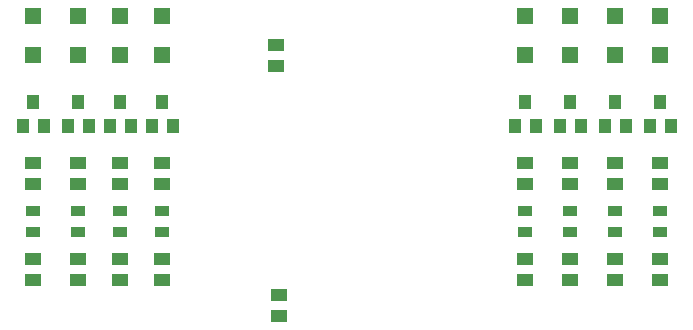
<source format=gbr>
%TF.GenerationSoftware,KiCad,Pcbnew,(5.1.10)-1*%
%TF.CreationDate,2022-04-18T16:41:03+02:00*%
%TF.ProjectId,ULN2803-Mosfet-S2-Mini,554c4e32-3830-4332-9d4d-6f736665742d,rev?*%
%TF.SameCoordinates,Original*%
%TF.FileFunction,Paste,Top*%
%TF.FilePolarity,Positive*%
%FSLAX46Y46*%
G04 Gerber Fmt 4.6, Leading zero omitted, Abs format (unit mm)*
G04 Created by KiCad (PCBNEW (5.1.10)-1) date 2022-04-18 16:41:03*
%MOMM*%
%LPD*%
G01*
G04 APERTURE LIST*
%ADD10R,1.400000X1.016000*%
%ADD11R,1.397000X1.016000*%
%ADD12R,1.016000X1.143000*%
%ADD13R,1.270000X0.889000*%
%ADD14R,1.397000X1.397000*%
G04 APERTURE END LIST*
D10*
%TO.C,C1*%
X41148000Y-85854000D03*
X41148000Y-84075000D03*
%TD*%
D11*
%TO.C,RLED4*%
X31496000Y-94107000D03*
X31496000Y-95885000D03*
%TD*%
%TO.C,RLED2*%
X24384000Y-94107000D03*
X24384000Y-95885000D03*
%TD*%
%TO.C,RLED3*%
X27940000Y-94107000D03*
X27940000Y-95885000D03*
%TD*%
%TO.C,R3*%
X27940000Y-102235000D03*
X27940000Y-104013000D03*
%TD*%
%TO.C,RLED1*%
X20574000Y-94107000D03*
X20574000Y-95885000D03*
%TD*%
%TO.C,R2*%
X24384000Y-102235000D03*
X24384000Y-104013000D03*
%TD*%
%TO.C,R1*%
X20574000Y-102235000D03*
X20574000Y-104013000D03*
%TD*%
D12*
%TO.C,Q4*%
X30607000Y-90932000D03*
X32385000Y-90932000D03*
X31496000Y-88900000D03*
%TD*%
%TO.C,Q2*%
X23495000Y-90932000D03*
X25273000Y-90932000D03*
X24384000Y-88900000D03*
%TD*%
%TO.C,Q1*%
X19685000Y-90932000D03*
X21463000Y-90932000D03*
X20574000Y-88900000D03*
%TD*%
D13*
%TO.C,LED2*%
X24384000Y-99949000D03*
X24384000Y-98171000D03*
%TD*%
D14*
%TO.C,D2*%
X24384000Y-84963000D03*
X24384000Y-81661000D03*
%TD*%
D13*
%TO.C,LED1*%
X20574000Y-99949000D03*
X20574000Y-98171000D03*
%TD*%
D14*
%TO.C,D4*%
X31496000Y-84963000D03*
X31496000Y-81661000D03*
%TD*%
%TO.C,D3*%
X27940000Y-84963000D03*
X27940000Y-81661000D03*
%TD*%
%TO.C,D1*%
X20574000Y-84963000D03*
X20574000Y-81661000D03*
%TD*%
D13*
%TO.C,LED4*%
X31496000Y-99949000D03*
X31496000Y-98171000D03*
%TD*%
D11*
%TO.C,R4*%
X31496000Y-102235000D03*
X31496000Y-104013000D03*
%TD*%
D12*
%TO.C,Q3*%
X27051000Y-90932000D03*
X28829000Y-90932000D03*
X27940000Y-88900000D03*
%TD*%
D13*
%TO.C,LED3*%
X27940000Y-99949000D03*
X27940000Y-98171000D03*
%TD*%
D14*
%TO.C,D5*%
X62230000Y-81661000D03*
X62230000Y-84963000D03*
%TD*%
D10*
%TO.C,C2*%
X41402000Y-107062000D03*
X41402000Y-105283000D03*
%TD*%
D14*
%TO.C,D7*%
X69850000Y-81661000D03*
X69850000Y-84963000D03*
%TD*%
%TO.C,D8*%
X73660000Y-81661000D03*
X73660000Y-84963000D03*
%TD*%
%TO.C,D6*%
X66040000Y-81661000D03*
X66040000Y-84963000D03*
%TD*%
D13*
%TO.C,LED5*%
X62230000Y-98171000D03*
X62230000Y-99949000D03*
%TD*%
%TO.C,LED6*%
X66040000Y-98171000D03*
X66040000Y-99949000D03*
%TD*%
%TO.C,LED8*%
X73660000Y-98171000D03*
X73660000Y-99949000D03*
%TD*%
D12*
%TO.C,Q5*%
X62230000Y-88900000D03*
X63119000Y-90932000D03*
X61341000Y-90932000D03*
%TD*%
%TO.C,Q6*%
X66040000Y-88900000D03*
X66929000Y-90932000D03*
X65151000Y-90932000D03*
%TD*%
%TO.C,Q8*%
X73660000Y-88900000D03*
X74549000Y-90932000D03*
X72771000Y-90932000D03*
%TD*%
D11*
%TO.C,R5*%
X62230000Y-104013000D03*
X62230000Y-102235000D03*
%TD*%
%TO.C,R6*%
X66040000Y-104013000D03*
X66040000Y-102235000D03*
%TD*%
%TO.C,R7*%
X69850000Y-104013000D03*
X69850000Y-102235000D03*
%TD*%
%TO.C,RLED5*%
X62230000Y-95885000D03*
X62230000Y-94107000D03*
%TD*%
%TO.C,RLED7*%
X69850000Y-95885000D03*
X69850000Y-94107000D03*
%TD*%
%TO.C,RLED6*%
X66040000Y-95885000D03*
X66040000Y-94107000D03*
%TD*%
%TO.C,RLED8*%
X73660000Y-95885000D03*
X73660000Y-94107000D03*
%TD*%
D13*
%TO.C,LED7*%
X69850000Y-98171000D03*
X69850000Y-99949000D03*
%TD*%
D12*
%TO.C,Q7*%
X69850000Y-88900000D03*
X70739000Y-90932000D03*
X68961000Y-90932000D03*
%TD*%
D11*
%TO.C,R8*%
X73660000Y-104013000D03*
X73660000Y-102235000D03*
%TD*%
M02*

</source>
